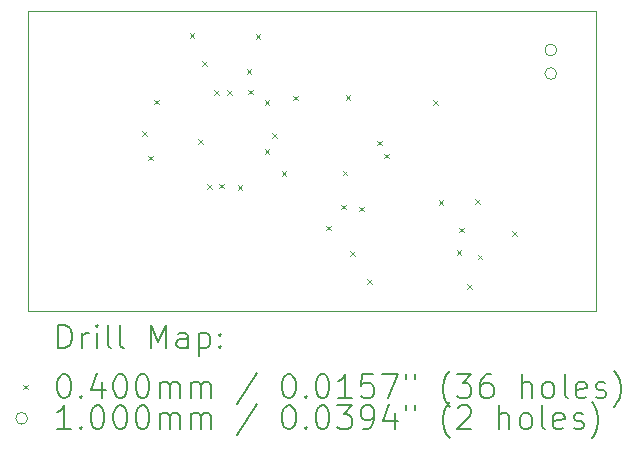
<source format=gbr>
%TF.GenerationSoftware,KiCad,Pcbnew,7.0.9*%
%TF.CreationDate,2024-05-05T23:46:52+02:00*%
%TF.ProjectId,esp32_c3_custom_board,65737033-325f-4633-935f-637573746f6d,rev?*%
%TF.SameCoordinates,Original*%
%TF.FileFunction,Drillmap*%
%TF.FilePolarity,Positive*%
%FSLAX45Y45*%
G04 Gerber Fmt 4.5, Leading zero omitted, Abs format (unit mm)*
G04 Created by KiCad (PCBNEW 7.0.9) date 2024-05-05 23:46:52*
%MOMM*%
%LPD*%
G01*
G04 APERTURE LIST*
%ADD10C,0.100000*%
%ADD11C,0.200000*%
G04 APERTURE END LIST*
D10*
X11054080Y-13111480D02*
X15859760Y-13111480D01*
X15859760Y-15651480D01*
X11054080Y-15651480D01*
X11054080Y-13111480D01*
D11*
D10*
X12019600Y-14127800D02*
X12059600Y-14167800D01*
X12059600Y-14127800D02*
X12019600Y-14167800D01*
X12070400Y-14336080D02*
X12110400Y-14376080D01*
X12110400Y-14336080D02*
X12070400Y-14376080D01*
X12121200Y-13863640D02*
X12161200Y-13903640D01*
X12161200Y-13863640D02*
X12121200Y-13903640D01*
X12420920Y-13299760D02*
X12460920Y-13339760D01*
X12460920Y-13299760D02*
X12420920Y-13339760D01*
X12492040Y-14198920D02*
X12532040Y-14238920D01*
X12532040Y-14198920D02*
X12492040Y-14238920D01*
X12527600Y-13538520D02*
X12567600Y-13578520D01*
X12567600Y-13538520D02*
X12527600Y-13578520D01*
X12566830Y-14576250D02*
X12606830Y-14616250D01*
X12606830Y-14576250D02*
X12566830Y-14616250D01*
X12629200Y-13782360D02*
X12669200Y-13822360D01*
X12669200Y-13782360D02*
X12629200Y-13822360D01*
X12667880Y-14574840D02*
X12707880Y-14614840D01*
X12707880Y-14574840D02*
X12667880Y-14614840D01*
X12740960Y-13782360D02*
X12780960Y-13822360D01*
X12780960Y-13782360D02*
X12740960Y-13822360D01*
X12827320Y-14585000D02*
X12867320Y-14625000D01*
X12867320Y-14585000D02*
X12827320Y-14625000D01*
X12903520Y-13604560D02*
X12943520Y-13644560D01*
X12943520Y-13604560D02*
X12903520Y-13644560D01*
X12913680Y-13777280D02*
X12953680Y-13817280D01*
X12953680Y-13777280D02*
X12913680Y-13817280D01*
X12979720Y-13309920D02*
X13019720Y-13349920D01*
X13019720Y-13309920D02*
X12979720Y-13349920D01*
X13055920Y-14280200D02*
X13095920Y-14320200D01*
X13095920Y-14280200D02*
X13055920Y-14320200D01*
X13057006Y-13866680D02*
X13097006Y-13906680D01*
X13097006Y-13866680D02*
X13057006Y-13906680D01*
X13121530Y-14147690D02*
X13161530Y-14187690D01*
X13161530Y-14147690D02*
X13121530Y-14187690D01*
X13201130Y-14466050D02*
X13241130Y-14506050D01*
X13241130Y-14466050D02*
X13201130Y-14506050D01*
X13299760Y-13828080D02*
X13339760Y-13868080D01*
X13339760Y-13828080D02*
X13299760Y-13868080D01*
X13574080Y-14930440D02*
X13614080Y-14970440D01*
X13614080Y-14930440D02*
X13574080Y-14970440D01*
X13701080Y-14752640D02*
X13741080Y-14792640D01*
X13741080Y-14752640D02*
X13701080Y-14792640D01*
X13716320Y-14463080D02*
X13756320Y-14503080D01*
X13756320Y-14463080D02*
X13716320Y-14503080D01*
X13741720Y-13823000D02*
X13781720Y-13863000D01*
X13781720Y-13823000D02*
X13741720Y-13863000D01*
X13777280Y-15143800D02*
X13817280Y-15183800D01*
X13817280Y-15143800D02*
X13777280Y-15183800D01*
X13853480Y-14767880D02*
X13893480Y-14807880D01*
X13893480Y-14767880D02*
X13853480Y-14807880D01*
X13924600Y-15382560D02*
X13964600Y-15422560D01*
X13964600Y-15382560D02*
X13924600Y-15422560D01*
X14005880Y-14209080D02*
X14045880Y-14249080D01*
X14045880Y-14209080D02*
X14005880Y-14249080D01*
X14066840Y-14320840D02*
X14106840Y-14360840D01*
X14106840Y-14320840D02*
X14066840Y-14360840D01*
X14483400Y-13868720D02*
X14523400Y-13908720D01*
X14523400Y-13868720D02*
X14483400Y-13908720D01*
X14529120Y-14712000D02*
X14569120Y-14752000D01*
X14569120Y-14712000D02*
X14529120Y-14752000D01*
X14681520Y-15136970D02*
X14721520Y-15176970D01*
X14721520Y-15136970D02*
X14681520Y-15176970D01*
X14701840Y-14945680D02*
X14741840Y-14985680D01*
X14741840Y-14945680D02*
X14701840Y-14985680D01*
X14772960Y-15423200D02*
X14812960Y-15463200D01*
X14812960Y-15423200D02*
X14772960Y-15463200D01*
X14839000Y-14706920D02*
X14879000Y-14746920D01*
X14879000Y-14706920D02*
X14839000Y-14746920D01*
X14859320Y-15174280D02*
X14899320Y-15214280D01*
X14899320Y-15174280D02*
X14859320Y-15214280D01*
X15153960Y-14976160D02*
X15193960Y-15016160D01*
X15193960Y-14976160D02*
X15153960Y-15016160D01*
X15528760Y-13441680D02*
G75*
G03*
X15528760Y-13441680I-50000J0D01*
G01*
X15528760Y-13641680D02*
G75*
G03*
X15528760Y-13641680I-50000J0D01*
G01*
D11*
X11309857Y-15967964D02*
X11309857Y-15767964D01*
X11309857Y-15767964D02*
X11357476Y-15767964D01*
X11357476Y-15767964D02*
X11386047Y-15777488D01*
X11386047Y-15777488D02*
X11405095Y-15796535D01*
X11405095Y-15796535D02*
X11414619Y-15815583D01*
X11414619Y-15815583D02*
X11424142Y-15853678D01*
X11424142Y-15853678D02*
X11424142Y-15882249D01*
X11424142Y-15882249D02*
X11414619Y-15920345D01*
X11414619Y-15920345D02*
X11405095Y-15939392D01*
X11405095Y-15939392D02*
X11386047Y-15958440D01*
X11386047Y-15958440D02*
X11357476Y-15967964D01*
X11357476Y-15967964D02*
X11309857Y-15967964D01*
X11509857Y-15967964D02*
X11509857Y-15834630D01*
X11509857Y-15872726D02*
X11519381Y-15853678D01*
X11519381Y-15853678D02*
X11528904Y-15844154D01*
X11528904Y-15844154D02*
X11547952Y-15834630D01*
X11547952Y-15834630D02*
X11567000Y-15834630D01*
X11633666Y-15967964D02*
X11633666Y-15834630D01*
X11633666Y-15767964D02*
X11624142Y-15777488D01*
X11624142Y-15777488D02*
X11633666Y-15787011D01*
X11633666Y-15787011D02*
X11643190Y-15777488D01*
X11643190Y-15777488D02*
X11633666Y-15767964D01*
X11633666Y-15767964D02*
X11633666Y-15787011D01*
X11757476Y-15967964D02*
X11738428Y-15958440D01*
X11738428Y-15958440D02*
X11728904Y-15939392D01*
X11728904Y-15939392D02*
X11728904Y-15767964D01*
X11862238Y-15967964D02*
X11843190Y-15958440D01*
X11843190Y-15958440D02*
X11833666Y-15939392D01*
X11833666Y-15939392D02*
X11833666Y-15767964D01*
X12090809Y-15967964D02*
X12090809Y-15767964D01*
X12090809Y-15767964D02*
X12157476Y-15910821D01*
X12157476Y-15910821D02*
X12224142Y-15767964D01*
X12224142Y-15767964D02*
X12224142Y-15967964D01*
X12405095Y-15967964D02*
X12405095Y-15863202D01*
X12405095Y-15863202D02*
X12395571Y-15844154D01*
X12395571Y-15844154D02*
X12376523Y-15834630D01*
X12376523Y-15834630D02*
X12338428Y-15834630D01*
X12338428Y-15834630D02*
X12319381Y-15844154D01*
X12405095Y-15958440D02*
X12386047Y-15967964D01*
X12386047Y-15967964D02*
X12338428Y-15967964D01*
X12338428Y-15967964D02*
X12319381Y-15958440D01*
X12319381Y-15958440D02*
X12309857Y-15939392D01*
X12309857Y-15939392D02*
X12309857Y-15920345D01*
X12309857Y-15920345D02*
X12319381Y-15901297D01*
X12319381Y-15901297D02*
X12338428Y-15891773D01*
X12338428Y-15891773D02*
X12386047Y-15891773D01*
X12386047Y-15891773D02*
X12405095Y-15882249D01*
X12500333Y-15834630D02*
X12500333Y-16034630D01*
X12500333Y-15844154D02*
X12519381Y-15834630D01*
X12519381Y-15834630D02*
X12557476Y-15834630D01*
X12557476Y-15834630D02*
X12576523Y-15844154D01*
X12576523Y-15844154D02*
X12586047Y-15853678D01*
X12586047Y-15853678D02*
X12595571Y-15872726D01*
X12595571Y-15872726D02*
X12595571Y-15929868D01*
X12595571Y-15929868D02*
X12586047Y-15948916D01*
X12586047Y-15948916D02*
X12576523Y-15958440D01*
X12576523Y-15958440D02*
X12557476Y-15967964D01*
X12557476Y-15967964D02*
X12519381Y-15967964D01*
X12519381Y-15967964D02*
X12500333Y-15958440D01*
X12681285Y-15948916D02*
X12690809Y-15958440D01*
X12690809Y-15958440D02*
X12681285Y-15967964D01*
X12681285Y-15967964D02*
X12671762Y-15958440D01*
X12671762Y-15958440D02*
X12681285Y-15948916D01*
X12681285Y-15948916D02*
X12681285Y-15967964D01*
X12681285Y-15844154D02*
X12690809Y-15853678D01*
X12690809Y-15853678D02*
X12681285Y-15863202D01*
X12681285Y-15863202D02*
X12671762Y-15853678D01*
X12671762Y-15853678D02*
X12681285Y-15844154D01*
X12681285Y-15844154D02*
X12681285Y-15863202D01*
D10*
X11009080Y-16276480D02*
X11049080Y-16316480D01*
X11049080Y-16276480D02*
X11009080Y-16316480D01*
D11*
X11347952Y-16187964D02*
X11367000Y-16187964D01*
X11367000Y-16187964D02*
X11386047Y-16197488D01*
X11386047Y-16197488D02*
X11395571Y-16207011D01*
X11395571Y-16207011D02*
X11405095Y-16226059D01*
X11405095Y-16226059D02*
X11414619Y-16264154D01*
X11414619Y-16264154D02*
X11414619Y-16311773D01*
X11414619Y-16311773D02*
X11405095Y-16349868D01*
X11405095Y-16349868D02*
X11395571Y-16368916D01*
X11395571Y-16368916D02*
X11386047Y-16378440D01*
X11386047Y-16378440D02*
X11367000Y-16387964D01*
X11367000Y-16387964D02*
X11347952Y-16387964D01*
X11347952Y-16387964D02*
X11328904Y-16378440D01*
X11328904Y-16378440D02*
X11319381Y-16368916D01*
X11319381Y-16368916D02*
X11309857Y-16349868D01*
X11309857Y-16349868D02*
X11300333Y-16311773D01*
X11300333Y-16311773D02*
X11300333Y-16264154D01*
X11300333Y-16264154D02*
X11309857Y-16226059D01*
X11309857Y-16226059D02*
X11319381Y-16207011D01*
X11319381Y-16207011D02*
X11328904Y-16197488D01*
X11328904Y-16197488D02*
X11347952Y-16187964D01*
X11500333Y-16368916D02*
X11509857Y-16378440D01*
X11509857Y-16378440D02*
X11500333Y-16387964D01*
X11500333Y-16387964D02*
X11490809Y-16378440D01*
X11490809Y-16378440D02*
X11500333Y-16368916D01*
X11500333Y-16368916D02*
X11500333Y-16387964D01*
X11681285Y-16254630D02*
X11681285Y-16387964D01*
X11633666Y-16178440D02*
X11586047Y-16321297D01*
X11586047Y-16321297D02*
X11709857Y-16321297D01*
X11824142Y-16187964D02*
X11843190Y-16187964D01*
X11843190Y-16187964D02*
X11862238Y-16197488D01*
X11862238Y-16197488D02*
X11871762Y-16207011D01*
X11871762Y-16207011D02*
X11881285Y-16226059D01*
X11881285Y-16226059D02*
X11890809Y-16264154D01*
X11890809Y-16264154D02*
X11890809Y-16311773D01*
X11890809Y-16311773D02*
X11881285Y-16349868D01*
X11881285Y-16349868D02*
X11871762Y-16368916D01*
X11871762Y-16368916D02*
X11862238Y-16378440D01*
X11862238Y-16378440D02*
X11843190Y-16387964D01*
X11843190Y-16387964D02*
X11824142Y-16387964D01*
X11824142Y-16387964D02*
X11805095Y-16378440D01*
X11805095Y-16378440D02*
X11795571Y-16368916D01*
X11795571Y-16368916D02*
X11786047Y-16349868D01*
X11786047Y-16349868D02*
X11776523Y-16311773D01*
X11776523Y-16311773D02*
X11776523Y-16264154D01*
X11776523Y-16264154D02*
X11786047Y-16226059D01*
X11786047Y-16226059D02*
X11795571Y-16207011D01*
X11795571Y-16207011D02*
X11805095Y-16197488D01*
X11805095Y-16197488D02*
X11824142Y-16187964D01*
X12014619Y-16187964D02*
X12033666Y-16187964D01*
X12033666Y-16187964D02*
X12052714Y-16197488D01*
X12052714Y-16197488D02*
X12062238Y-16207011D01*
X12062238Y-16207011D02*
X12071762Y-16226059D01*
X12071762Y-16226059D02*
X12081285Y-16264154D01*
X12081285Y-16264154D02*
X12081285Y-16311773D01*
X12081285Y-16311773D02*
X12071762Y-16349868D01*
X12071762Y-16349868D02*
X12062238Y-16368916D01*
X12062238Y-16368916D02*
X12052714Y-16378440D01*
X12052714Y-16378440D02*
X12033666Y-16387964D01*
X12033666Y-16387964D02*
X12014619Y-16387964D01*
X12014619Y-16387964D02*
X11995571Y-16378440D01*
X11995571Y-16378440D02*
X11986047Y-16368916D01*
X11986047Y-16368916D02*
X11976523Y-16349868D01*
X11976523Y-16349868D02*
X11967000Y-16311773D01*
X11967000Y-16311773D02*
X11967000Y-16264154D01*
X11967000Y-16264154D02*
X11976523Y-16226059D01*
X11976523Y-16226059D02*
X11986047Y-16207011D01*
X11986047Y-16207011D02*
X11995571Y-16197488D01*
X11995571Y-16197488D02*
X12014619Y-16187964D01*
X12167000Y-16387964D02*
X12167000Y-16254630D01*
X12167000Y-16273678D02*
X12176523Y-16264154D01*
X12176523Y-16264154D02*
X12195571Y-16254630D01*
X12195571Y-16254630D02*
X12224143Y-16254630D01*
X12224143Y-16254630D02*
X12243190Y-16264154D01*
X12243190Y-16264154D02*
X12252714Y-16283202D01*
X12252714Y-16283202D02*
X12252714Y-16387964D01*
X12252714Y-16283202D02*
X12262238Y-16264154D01*
X12262238Y-16264154D02*
X12281285Y-16254630D01*
X12281285Y-16254630D02*
X12309857Y-16254630D01*
X12309857Y-16254630D02*
X12328904Y-16264154D01*
X12328904Y-16264154D02*
X12338428Y-16283202D01*
X12338428Y-16283202D02*
X12338428Y-16387964D01*
X12433666Y-16387964D02*
X12433666Y-16254630D01*
X12433666Y-16273678D02*
X12443190Y-16264154D01*
X12443190Y-16264154D02*
X12462238Y-16254630D01*
X12462238Y-16254630D02*
X12490809Y-16254630D01*
X12490809Y-16254630D02*
X12509857Y-16264154D01*
X12509857Y-16264154D02*
X12519381Y-16283202D01*
X12519381Y-16283202D02*
X12519381Y-16387964D01*
X12519381Y-16283202D02*
X12528904Y-16264154D01*
X12528904Y-16264154D02*
X12547952Y-16254630D01*
X12547952Y-16254630D02*
X12576523Y-16254630D01*
X12576523Y-16254630D02*
X12595571Y-16264154D01*
X12595571Y-16264154D02*
X12605095Y-16283202D01*
X12605095Y-16283202D02*
X12605095Y-16387964D01*
X12995571Y-16178440D02*
X12824143Y-16435583D01*
X13252714Y-16187964D02*
X13271762Y-16187964D01*
X13271762Y-16187964D02*
X13290809Y-16197488D01*
X13290809Y-16197488D02*
X13300333Y-16207011D01*
X13300333Y-16207011D02*
X13309857Y-16226059D01*
X13309857Y-16226059D02*
X13319381Y-16264154D01*
X13319381Y-16264154D02*
X13319381Y-16311773D01*
X13319381Y-16311773D02*
X13309857Y-16349868D01*
X13309857Y-16349868D02*
X13300333Y-16368916D01*
X13300333Y-16368916D02*
X13290809Y-16378440D01*
X13290809Y-16378440D02*
X13271762Y-16387964D01*
X13271762Y-16387964D02*
X13252714Y-16387964D01*
X13252714Y-16387964D02*
X13233666Y-16378440D01*
X13233666Y-16378440D02*
X13224143Y-16368916D01*
X13224143Y-16368916D02*
X13214619Y-16349868D01*
X13214619Y-16349868D02*
X13205095Y-16311773D01*
X13205095Y-16311773D02*
X13205095Y-16264154D01*
X13205095Y-16264154D02*
X13214619Y-16226059D01*
X13214619Y-16226059D02*
X13224143Y-16207011D01*
X13224143Y-16207011D02*
X13233666Y-16197488D01*
X13233666Y-16197488D02*
X13252714Y-16187964D01*
X13405095Y-16368916D02*
X13414619Y-16378440D01*
X13414619Y-16378440D02*
X13405095Y-16387964D01*
X13405095Y-16387964D02*
X13395571Y-16378440D01*
X13395571Y-16378440D02*
X13405095Y-16368916D01*
X13405095Y-16368916D02*
X13405095Y-16387964D01*
X13538428Y-16187964D02*
X13557476Y-16187964D01*
X13557476Y-16187964D02*
X13576524Y-16197488D01*
X13576524Y-16197488D02*
X13586047Y-16207011D01*
X13586047Y-16207011D02*
X13595571Y-16226059D01*
X13595571Y-16226059D02*
X13605095Y-16264154D01*
X13605095Y-16264154D02*
X13605095Y-16311773D01*
X13605095Y-16311773D02*
X13595571Y-16349868D01*
X13595571Y-16349868D02*
X13586047Y-16368916D01*
X13586047Y-16368916D02*
X13576524Y-16378440D01*
X13576524Y-16378440D02*
X13557476Y-16387964D01*
X13557476Y-16387964D02*
X13538428Y-16387964D01*
X13538428Y-16387964D02*
X13519381Y-16378440D01*
X13519381Y-16378440D02*
X13509857Y-16368916D01*
X13509857Y-16368916D02*
X13500333Y-16349868D01*
X13500333Y-16349868D02*
X13490809Y-16311773D01*
X13490809Y-16311773D02*
X13490809Y-16264154D01*
X13490809Y-16264154D02*
X13500333Y-16226059D01*
X13500333Y-16226059D02*
X13509857Y-16207011D01*
X13509857Y-16207011D02*
X13519381Y-16197488D01*
X13519381Y-16197488D02*
X13538428Y-16187964D01*
X13795571Y-16387964D02*
X13681286Y-16387964D01*
X13738428Y-16387964D02*
X13738428Y-16187964D01*
X13738428Y-16187964D02*
X13719381Y-16216535D01*
X13719381Y-16216535D02*
X13700333Y-16235583D01*
X13700333Y-16235583D02*
X13681286Y-16245107D01*
X13976524Y-16187964D02*
X13881286Y-16187964D01*
X13881286Y-16187964D02*
X13871762Y-16283202D01*
X13871762Y-16283202D02*
X13881286Y-16273678D01*
X13881286Y-16273678D02*
X13900333Y-16264154D01*
X13900333Y-16264154D02*
X13947952Y-16264154D01*
X13947952Y-16264154D02*
X13967000Y-16273678D01*
X13967000Y-16273678D02*
X13976524Y-16283202D01*
X13976524Y-16283202D02*
X13986047Y-16302249D01*
X13986047Y-16302249D02*
X13986047Y-16349868D01*
X13986047Y-16349868D02*
X13976524Y-16368916D01*
X13976524Y-16368916D02*
X13967000Y-16378440D01*
X13967000Y-16378440D02*
X13947952Y-16387964D01*
X13947952Y-16387964D02*
X13900333Y-16387964D01*
X13900333Y-16387964D02*
X13881286Y-16378440D01*
X13881286Y-16378440D02*
X13871762Y-16368916D01*
X14052714Y-16187964D02*
X14186047Y-16187964D01*
X14186047Y-16187964D02*
X14100333Y-16387964D01*
X14252714Y-16187964D02*
X14252714Y-16226059D01*
X14328905Y-16187964D02*
X14328905Y-16226059D01*
X14624143Y-16464154D02*
X14614619Y-16454630D01*
X14614619Y-16454630D02*
X14595571Y-16426059D01*
X14595571Y-16426059D02*
X14586048Y-16407011D01*
X14586048Y-16407011D02*
X14576524Y-16378440D01*
X14576524Y-16378440D02*
X14567000Y-16330821D01*
X14567000Y-16330821D02*
X14567000Y-16292726D01*
X14567000Y-16292726D02*
X14576524Y-16245107D01*
X14576524Y-16245107D02*
X14586048Y-16216535D01*
X14586048Y-16216535D02*
X14595571Y-16197488D01*
X14595571Y-16197488D02*
X14614619Y-16168916D01*
X14614619Y-16168916D02*
X14624143Y-16159392D01*
X14681286Y-16187964D02*
X14805095Y-16187964D01*
X14805095Y-16187964D02*
X14738428Y-16264154D01*
X14738428Y-16264154D02*
X14767000Y-16264154D01*
X14767000Y-16264154D02*
X14786048Y-16273678D01*
X14786048Y-16273678D02*
X14795571Y-16283202D01*
X14795571Y-16283202D02*
X14805095Y-16302249D01*
X14805095Y-16302249D02*
X14805095Y-16349868D01*
X14805095Y-16349868D02*
X14795571Y-16368916D01*
X14795571Y-16368916D02*
X14786048Y-16378440D01*
X14786048Y-16378440D02*
X14767000Y-16387964D01*
X14767000Y-16387964D02*
X14709857Y-16387964D01*
X14709857Y-16387964D02*
X14690809Y-16378440D01*
X14690809Y-16378440D02*
X14681286Y-16368916D01*
X14976524Y-16187964D02*
X14938428Y-16187964D01*
X14938428Y-16187964D02*
X14919381Y-16197488D01*
X14919381Y-16197488D02*
X14909857Y-16207011D01*
X14909857Y-16207011D02*
X14890809Y-16235583D01*
X14890809Y-16235583D02*
X14881286Y-16273678D01*
X14881286Y-16273678D02*
X14881286Y-16349868D01*
X14881286Y-16349868D02*
X14890809Y-16368916D01*
X14890809Y-16368916D02*
X14900333Y-16378440D01*
X14900333Y-16378440D02*
X14919381Y-16387964D01*
X14919381Y-16387964D02*
X14957476Y-16387964D01*
X14957476Y-16387964D02*
X14976524Y-16378440D01*
X14976524Y-16378440D02*
X14986048Y-16368916D01*
X14986048Y-16368916D02*
X14995571Y-16349868D01*
X14995571Y-16349868D02*
X14995571Y-16302249D01*
X14995571Y-16302249D02*
X14986048Y-16283202D01*
X14986048Y-16283202D02*
X14976524Y-16273678D01*
X14976524Y-16273678D02*
X14957476Y-16264154D01*
X14957476Y-16264154D02*
X14919381Y-16264154D01*
X14919381Y-16264154D02*
X14900333Y-16273678D01*
X14900333Y-16273678D02*
X14890809Y-16283202D01*
X14890809Y-16283202D02*
X14881286Y-16302249D01*
X15233667Y-16387964D02*
X15233667Y-16187964D01*
X15319381Y-16387964D02*
X15319381Y-16283202D01*
X15319381Y-16283202D02*
X15309857Y-16264154D01*
X15309857Y-16264154D02*
X15290810Y-16254630D01*
X15290810Y-16254630D02*
X15262238Y-16254630D01*
X15262238Y-16254630D02*
X15243190Y-16264154D01*
X15243190Y-16264154D02*
X15233667Y-16273678D01*
X15443190Y-16387964D02*
X15424143Y-16378440D01*
X15424143Y-16378440D02*
X15414619Y-16368916D01*
X15414619Y-16368916D02*
X15405095Y-16349868D01*
X15405095Y-16349868D02*
X15405095Y-16292726D01*
X15405095Y-16292726D02*
X15414619Y-16273678D01*
X15414619Y-16273678D02*
X15424143Y-16264154D01*
X15424143Y-16264154D02*
X15443190Y-16254630D01*
X15443190Y-16254630D02*
X15471762Y-16254630D01*
X15471762Y-16254630D02*
X15490810Y-16264154D01*
X15490810Y-16264154D02*
X15500333Y-16273678D01*
X15500333Y-16273678D02*
X15509857Y-16292726D01*
X15509857Y-16292726D02*
X15509857Y-16349868D01*
X15509857Y-16349868D02*
X15500333Y-16368916D01*
X15500333Y-16368916D02*
X15490810Y-16378440D01*
X15490810Y-16378440D02*
X15471762Y-16387964D01*
X15471762Y-16387964D02*
X15443190Y-16387964D01*
X15624143Y-16387964D02*
X15605095Y-16378440D01*
X15605095Y-16378440D02*
X15595571Y-16359392D01*
X15595571Y-16359392D02*
X15595571Y-16187964D01*
X15776524Y-16378440D02*
X15757476Y-16387964D01*
X15757476Y-16387964D02*
X15719381Y-16387964D01*
X15719381Y-16387964D02*
X15700333Y-16378440D01*
X15700333Y-16378440D02*
X15690810Y-16359392D01*
X15690810Y-16359392D02*
X15690810Y-16283202D01*
X15690810Y-16283202D02*
X15700333Y-16264154D01*
X15700333Y-16264154D02*
X15719381Y-16254630D01*
X15719381Y-16254630D02*
X15757476Y-16254630D01*
X15757476Y-16254630D02*
X15776524Y-16264154D01*
X15776524Y-16264154D02*
X15786048Y-16283202D01*
X15786048Y-16283202D02*
X15786048Y-16302249D01*
X15786048Y-16302249D02*
X15690810Y-16321297D01*
X15862238Y-16378440D02*
X15881286Y-16387964D01*
X15881286Y-16387964D02*
X15919381Y-16387964D01*
X15919381Y-16387964D02*
X15938429Y-16378440D01*
X15938429Y-16378440D02*
X15947952Y-16359392D01*
X15947952Y-16359392D02*
X15947952Y-16349868D01*
X15947952Y-16349868D02*
X15938429Y-16330821D01*
X15938429Y-16330821D02*
X15919381Y-16321297D01*
X15919381Y-16321297D02*
X15890810Y-16321297D01*
X15890810Y-16321297D02*
X15871762Y-16311773D01*
X15871762Y-16311773D02*
X15862238Y-16292726D01*
X15862238Y-16292726D02*
X15862238Y-16283202D01*
X15862238Y-16283202D02*
X15871762Y-16264154D01*
X15871762Y-16264154D02*
X15890810Y-16254630D01*
X15890810Y-16254630D02*
X15919381Y-16254630D01*
X15919381Y-16254630D02*
X15938429Y-16264154D01*
X16014619Y-16464154D02*
X16024143Y-16454630D01*
X16024143Y-16454630D02*
X16043191Y-16426059D01*
X16043191Y-16426059D02*
X16052714Y-16407011D01*
X16052714Y-16407011D02*
X16062238Y-16378440D01*
X16062238Y-16378440D02*
X16071762Y-16330821D01*
X16071762Y-16330821D02*
X16071762Y-16292726D01*
X16071762Y-16292726D02*
X16062238Y-16245107D01*
X16062238Y-16245107D02*
X16052714Y-16216535D01*
X16052714Y-16216535D02*
X16043191Y-16197488D01*
X16043191Y-16197488D02*
X16024143Y-16168916D01*
X16024143Y-16168916D02*
X16014619Y-16159392D01*
D10*
X11049080Y-16560480D02*
G75*
G03*
X11049080Y-16560480I-50000J0D01*
G01*
D11*
X11414619Y-16651964D02*
X11300333Y-16651964D01*
X11357476Y-16651964D02*
X11357476Y-16451964D01*
X11357476Y-16451964D02*
X11338428Y-16480535D01*
X11338428Y-16480535D02*
X11319381Y-16499583D01*
X11319381Y-16499583D02*
X11300333Y-16509107D01*
X11500333Y-16632916D02*
X11509857Y-16642440D01*
X11509857Y-16642440D02*
X11500333Y-16651964D01*
X11500333Y-16651964D02*
X11490809Y-16642440D01*
X11490809Y-16642440D02*
X11500333Y-16632916D01*
X11500333Y-16632916D02*
X11500333Y-16651964D01*
X11633666Y-16451964D02*
X11652714Y-16451964D01*
X11652714Y-16451964D02*
X11671762Y-16461488D01*
X11671762Y-16461488D02*
X11681285Y-16471011D01*
X11681285Y-16471011D02*
X11690809Y-16490059D01*
X11690809Y-16490059D02*
X11700333Y-16528154D01*
X11700333Y-16528154D02*
X11700333Y-16575773D01*
X11700333Y-16575773D02*
X11690809Y-16613868D01*
X11690809Y-16613868D02*
X11681285Y-16632916D01*
X11681285Y-16632916D02*
X11671762Y-16642440D01*
X11671762Y-16642440D02*
X11652714Y-16651964D01*
X11652714Y-16651964D02*
X11633666Y-16651964D01*
X11633666Y-16651964D02*
X11614619Y-16642440D01*
X11614619Y-16642440D02*
X11605095Y-16632916D01*
X11605095Y-16632916D02*
X11595571Y-16613868D01*
X11595571Y-16613868D02*
X11586047Y-16575773D01*
X11586047Y-16575773D02*
X11586047Y-16528154D01*
X11586047Y-16528154D02*
X11595571Y-16490059D01*
X11595571Y-16490059D02*
X11605095Y-16471011D01*
X11605095Y-16471011D02*
X11614619Y-16461488D01*
X11614619Y-16461488D02*
X11633666Y-16451964D01*
X11824142Y-16451964D02*
X11843190Y-16451964D01*
X11843190Y-16451964D02*
X11862238Y-16461488D01*
X11862238Y-16461488D02*
X11871762Y-16471011D01*
X11871762Y-16471011D02*
X11881285Y-16490059D01*
X11881285Y-16490059D02*
X11890809Y-16528154D01*
X11890809Y-16528154D02*
X11890809Y-16575773D01*
X11890809Y-16575773D02*
X11881285Y-16613868D01*
X11881285Y-16613868D02*
X11871762Y-16632916D01*
X11871762Y-16632916D02*
X11862238Y-16642440D01*
X11862238Y-16642440D02*
X11843190Y-16651964D01*
X11843190Y-16651964D02*
X11824142Y-16651964D01*
X11824142Y-16651964D02*
X11805095Y-16642440D01*
X11805095Y-16642440D02*
X11795571Y-16632916D01*
X11795571Y-16632916D02*
X11786047Y-16613868D01*
X11786047Y-16613868D02*
X11776523Y-16575773D01*
X11776523Y-16575773D02*
X11776523Y-16528154D01*
X11776523Y-16528154D02*
X11786047Y-16490059D01*
X11786047Y-16490059D02*
X11795571Y-16471011D01*
X11795571Y-16471011D02*
X11805095Y-16461488D01*
X11805095Y-16461488D02*
X11824142Y-16451964D01*
X12014619Y-16451964D02*
X12033666Y-16451964D01*
X12033666Y-16451964D02*
X12052714Y-16461488D01*
X12052714Y-16461488D02*
X12062238Y-16471011D01*
X12062238Y-16471011D02*
X12071762Y-16490059D01*
X12071762Y-16490059D02*
X12081285Y-16528154D01*
X12081285Y-16528154D02*
X12081285Y-16575773D01*
X12081285Y-16575773D02*
X12071762Y-16613868D01*
X12071762Y-16613868D02*
X12062238Y-16632916D01*
X12062238Y-16632916D02*
X12052714Y-16642440D01*
X12052714Y-16642440D02*
X12033666Y-16651964D01*
X12033666Y-16651964D02*
X12014619Y-16651964D01*
X12014619Y-16651964D02*
X11995571Y-16642440D01*
X11995571Y-16642440D02*
X11986047Y-16632916D01*
X11986047Y-16632916D02*
X11976523Y-16613868D01*
X11976523Y-16613868D02*
X11967000Y-16575773D01*
X11967000Y-16575773D02*
X11967000Y-16528154D01*
X11967000Y-16528154D02*
X11976523Y-16490059D01*
X11976523Y-16490059D02*
X11986047Y-16471011D01*
X11986047Y-16471011D02*
X11995571Y-16461488D01*
X11995571Y-16461488D02*
X12014619Y-16451964D01*
X12167000Y-16651964D02*
X12167000Y-16518630D01*
X12167000Y-16537678D02*
X12176523Y-16528154D01*
X12176523Y-16528154D02*
X12195571Y-16518630D01*
X12195571Y-16518630D02*
X12224143Y-16518630D01*
X12224143Y-16518630D02*
X12243190Y-16528154D01*
X12243190Y-16528154D02*
X12252714Y-16547202D01*
X12252714Y-16547202D02*
X12252714Y-16651964D01*
X12252714Y-16547202D02*
X12262238Y-16528154D01*
X12262238Y-16528154D02*
X12281285Y-16518630D01*
X12281285Y-16518630D02*
X12309857Y-16518630D01*
X12309857Y-16518630D02*
X12328904Y-16528154D01*
X12328904Y-16528154D02*
X12338428Y-16547202D01*
X12338428Y-16547202D02*
X12338428Y-16651964D01*
X12433666Y-16651964D02*
X12433666Y-16518630D01*
X12433666Y-16537678D02*
X12443190Y-16528154D01*
X12443190Y-16528154D02*
X12462238Y-16518630D01*
X12462238Y-16518630D02*
X12490809Y-16518630D01*
X12490809Y-16518630D02*
X12509857Y-16528154D01*
X12509857Y-16528154D02*
X12519381Y-16547202D01*
X12519381Y-16547202D02*
X12519381Y-16651964D01*
X12519381Y-16547202D02*
X12528904Y-16528154D01*
X12528904Y-16528154D02*
X12547952Y-16518630D01*
X12547952Y-16518630D02*
X12576523Y-16518630D01*
X12576523Y-16518630D02*
X12595571Y-16528154D01*
X12595571Y-16528154D02*
X12605095Y-16547202D01*
X12605095Y-16547202D02*
X12605095Y-16651964D01*
X12995571Y-16442440D02*
X12824143Y-16699583D01*
X13252714Y-16451964D02*
X13271762Y-16451964D01*
X13271762Y-16451964D02*
X13290809Y-16461488D01*
X13290809Y-16461488D02*
X13300333Y-16471011D01*
X13300333Y-16471011D02*
X13309857Y-16490059D01*
X13309857Y-16490059D02*
X13319381Y-16528154D01*
X13319381Y-16528154D02*
X13319381Y-16575773D01*
X13319381Y-16575773D02*
X13309857Y-16613868D01*
X13309857Y-16613868D02*
X13300333Y-16632916D01*
X13300333Y-16632916D02*
X13290809Y-16642440D01*
X13290809Y-16642440D02*
X13271762Y-16651964D01*
X13271762Y-16651964D02*
X13252714Y-16651964D01*
X13252714Y-16651964D02*
X13233666Y-16642440D01*
X13233666Y-16642440D02*
X13224143Y-16632916D01*
X13224143Y-16632916D02*
X13214619Y-16613868D01*
X13214619Y-16613868D02*
X13205095Y-16575773D01*
X13205095Y-16575773D02*
X13205095Y-16528154D01*
X13205095Y-16528154D02*
X13214619Y-16490059D01*
X13214619Y-16490059D02*
X13224143Y-16471011D01*
X13224143Y-16471011D02*
X13233666Y-16461488D01*
X13233666Y-16461488D02*
X13252714Y-16451964D01*
X13405095Y-16632916D02*
X13414619Y-16642440D01*
X13414619Y-16642440D02*
X13405095Y-16651964D01*
X13405095Y-16651964D02*
X13395571Y-16642440D01*
X13395571Y-16642440D02*
X13405095Y-16632916D01*
X13405095Y-16632916D02*
X13405095Y-16651964D01*
X13538428Y-16451964D02*
X13557476Y-16451964D01*
X13557476Y-16451964D02*
X13576524Y-16461488D01*
X13576524Y-16461488D02*
X13586047Y-16471011D01*
X13586047Y-16471011D02*
X13595571Y-16490059D01*
X13595571Y-16490059D02*
X13605095Y-16528154D01*
X13605095Y-16528154D02*
X13605095Y-16575773D01*
X13605095Y-16575773D02*
X13595571Y-16613868D01*
X13595571Y-16613868D02*
X13586047Y-16632916D01*
X13586047Y-16632916D02*
X13576524Y-16642440D01*
X13576524Y-16642440D02*
X13557476Y-16651964D01*
X13557476Y-16651964D02*
X13538428Y-16651964D01*
X13538428Y-16651964D02*
X13519381Y-16642440D01*
X13519381Y-16642440D02*
X13509857Y-16632916D01*
X13509857Y-16632916D02*
X13500333Y-16613868D01*
X13500333Y-16613868D02*
X13490809Y-16575773D01*
X13490809Y-16575773D02*
X13490809Y-16528154D01*
X13490809Y-16528154D02*
X13500333Y-16490059D01*
X13500333Y-16490059D02*
X13509857Y-16471011D01*
X13509857Y-16471011D02*
X13519381Y-16461488D01*
X13519381Y-16461488D02*
X13538428Y-16451964D01*
X13671762Y-16451964D02*
X13795571Y-16451964D01*
X13795571Y-16451964D02*
X13728905Y-16528154D01*
X13728905Y-16528154D02*
X13757476Y-16528154D01*
X13757476Y-16528154D02*
X13776524Y-16537678D01*
X13776524Y-16537678D02*
X13786047Y-16547202D01*
X13786047Y-16547202D02*
X13795571Y-16566249D01*
X13795571Y-16566249D02*
X13795571Y-16613868D01*
X13795571Y-16613868D02*
X13786047Y-16632916D01*
X13786047Y-16632916D02*
X13776524Y-16642440D01*
X13776524Y-16642440D02*
X13757476Y-16651964D01*
X13757476Y-16651964D02*
X13700333Y-16651964D01*
X13700333Y-16651964D02*
X13681286Y-16642440D01*
X13681286Y-16642440D02*
X13671762Y-16632916D01*
X13890809Y-16651964D02*
X13928905Y-16651964D01*
X13928905Y-16651964D02*
X13947952Y-16642440D01*
X13947952Y-16642440D02*
X13957476Y-16632916D01*
X13957476Y-16632916D02*
X13976524Y-16604345D01*
X13976524Y-16604345D02*
X13986047Y-16566249D01*
X13986047Y-16566249D02*
X13986047Y-16490059D01*
X13986047Y-16490059D02*
X13976524Y-16471011D01*
X13976524Y-16471011D02*
X13967000Y-16461488D01*
X13967000Y-16461488D02*
X13947952Y-16451964D01*
X13947952Y-16451964D02*
X13909857Y-16451964D01*
X13909857Y-16451964D02*
X13890809Y-16461488D01*
X13890809Y-16461488D02*
X13881286Y-16471011D01*
X13881286Y-16471011D02*
X13871762Y-16490059D01*
X13871762Y-16490059D02*
X13871762Y-16537678D01*
X13871762Y-16537678D02*
X13881286Y-16556726D01*
X13881286Y-16556726D02*
X13890809Y-16566249D01*
X13890809Y-16566249D02*
X13909857Y-16575773D01*
X13909857Y-16575773D02*
X13947952Y-16575773D01*
X13947952Y-16575773D02*
X13967000Y-16566249D01*
X13967000Y-16566249D02*
X13976524Y-16556726D01*
X13976524Y-16556726D02*
X13986047Y-16537678D01*
X14157476Y-16518630D02*
X14157476Y-16651964D01*
X14109857Y-16442440D02*
X14062238Y-16585297D01*
X14062238Y-16585297D02*
X14186047Y-16585297D01*
X14252714Y-16451964D02*
X14252714Y-16490059D01*
X14328905Y-16451964D02*
X14328905Y-16490059D01*
X14624143Y-16728154D02*
X14614619Y-16718630D01*
X14614619Y-16718630D02*
X14595571Y-16690059D01*
X14595571Y-16690059D02*
X14586048Y-16671011D01*
X14586048Y-16671011D02*
X14576524Y-16642440D01*
X14576524Y-16642440D02*
X14567000Y-16594821D01*
X14567000Y-16594821D02*
X14567000Y-16556726D01*
X14567000Y-16556726D02*
X14576524Y-16509107D01*
X14576524Y-16509107D02*
X14586048Y-16480535D01*
X14586048Y-16480535D02*
X14595571Y-16461488D01*
X14595571Y-16461488D02*
X14614619Y-16432916D01*
X14614619Y-16432916D02*
X14624143Y-16423392D01*
X14690809Y-16471011D02*
X14700333Y-16461488D01*
X14700333Y-16461488D02*
X14719381Y-16451964D01*
X14719381Y-16451964D02*
X14767000Y-16451964D01*
X14767000Y-16451964D02*
X14786048Y-16461488D01*
X14786048Y-16461488D02*
X14795571Y-16471011D01*
X14795571Y-16471011D02*
X14805095Y-16490059D01*
X14805095Y-16490059D02*
X14805095Y-16509107D01*
X14805095Y-16509107D02*
X14795571Y-16537678D01*
X14795571Y-16537678D02*
X14681286Y-16651964D01*
X14681286Y-16651964D02*
X14805095Y-16651964D01*
X15043190Y-16651964D02*
X15043190Y-16451964D01*
X15128905Y-16651964D02*
X15128905Y-16547202D01*
X15128905Y-16547202D02*
X15119381Y-16528154D01*
X15119381Y-16528154D02*
X15100333Y-16518630D01*
X15100333Y-16518630D02*
X15071762Y-16518630D01*
X15071762Y-16518630D02*
X15052714Y-16528154D01*
X15052714Y-16528154D02*
X15043190Y-16537678D01*
X15252714Y-16651964D02*
X15233667Y-16642440D01*
X15233667Y-16642440D02*
X15224143Y-16632916D01*
X15224143Y-16632916D02*
X15214619Y-16613868D01*
X15214619Y-16613868D02*
X15214619Y-16556726D01*
X15214619Y-16556726D02*
X15224143Y-16537678D01*
X15224143Y-16537678D02*
X15233667Y-16528154D01*
X15233667Y-16528154D02*
X15252714Y-16518630D01*
X15252714Y-16518630D02*
X15281286Y-16518630D01*
X15281286Y-16518630D02*
X15300333Y-16528154D01*
X15300333Y-16528154D02*
X15309857Y-16537678D01*
X15309857Y-16537678D02*
X15319381Y-16556726D01*
X15319381Y-16556726D02*
X15319381Y-16613868D01*
X15319381Y-16613868D02*
X15309857Y-16632916D01*
X15309857Y-16632916D02*
X15300333Y-16642440D01*
X15300333Y-16642440D02*
X15281286Y-16651964D01*
X15281286Y-16651964D02*
X15252714Y-16651964D01*
X15433667Y-16651964D02*
X15414619Y-16642440D01*
X15414619Y-16642440D02*
X15405095Y-16623392D01*
X15405095Y-16623392D02*
X15405095Y-16451964D01*
X15586048Y-16642440D02*
X15567000Y-16651964D01*
X15567000Y-16651964D02*
X15528905Y-16651964D01*
X15528905Y-16651964D02*
X15509857Y-16642440D01*
X15509857Y-16642440D02*
X15500333Y-16623392D01*
X15500333Y-16623392D02*
X15500333Y-16547202D01*
X15500333Y-16547202D02*
X15509857Y-16528154D01*
X15509857Y-16528154D02*
X15528905Y-16518630D01*
X15528905Y-16518630D02*
X15567000Y-16518630D01*
X15567000Y-16518630D02*
X15586048Y-16528154D01*
X15586048Y-16528154D02*
X15595571Y-16547202D01*
X15595571Y-16547202D02*
X15595571Y-16566249D01*
X15595571Y-16566249D02*
X15500333Y-16585297D01*
X15671762Y-16642440D02*
X15690810Y-16651964D01*
X15690810Y-16651964D02*
X15728905Y-16651964D01*
X15728905Y-16651964D02*
X15747952Y-16642440D01*
X15747952Y-16642440D02*
X15757476Y-16623392D01*
X15757476Y-16623392D02*
X15757476Y-16613868D01*
X15757476Y-16613868D02*
X15747952Y-16594821D01*
X15747952Y-16594821D02*
X15728905Y-16585297D01*
X15728905Y-16585297D02*
X15700333Y-16585297D01*
X15700333Y-16585297D02*
X15681286Y-16575773D01*
X15681286Y-16575773D02*
X15671762Y-16556726D01*
X15671762Y-16556726D02*
X15671762Y-16547202D01*
X15671762Y-16547202D02*
X15681286Y-16528154D01*
X15681286Y-16528154D02*
X15700333Y-16518630D01*
X15700333Y-16518630D02*
X15728905Y-16518630D01*
X15728905Y-16518630D02*
X15747952Y-16528154D01*
X15824143Y-16728154D02*
X15833667Y-16718630D01*
X15833667Y-16718630D02*
X15852714Y-16690059D01*
X15852714Y-16690059D02*
X15862238Y-16671011D01*
X15862238Y-16671011D02*
X15871762Y-16642440D01*
X15871762Y-16642440D02*
X15881286Y-16594821D01*
X15881286Y-16594821D02*
X15881286Y-16556726D01*
X15881286Y-16556726D02*
X15871762Y-16509107D01*
X15871762Y-16509107D02*
X15862238Y-16480535D01*
X15862238Y-16480535D02*
X15852714Y-16461488D01*
X15852714Y-16461488D02*
X15833667Y-16432916D01*
X15833667Y-16432916D02*
X15824143Y-16423392D01*
M02*

</source>
